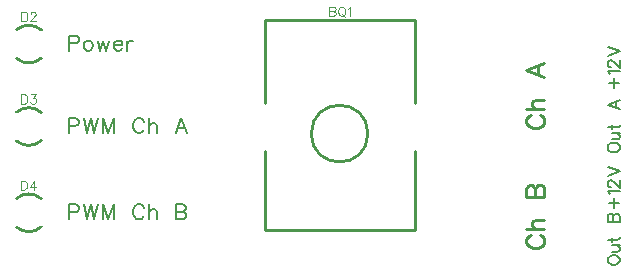
<source format=gbr>
G04 DipTrace 3.3.1.3*
G04 top_assy.gbr*
%MOIN*%
G04 #@! TF.FileFunction,Legend,Top*
G04 #@! TF.Part,Single*
%ADD10C,0.009843*%
%ADD79C,0.004632*%
%ADD80C,0.009264*%
%ADD81C,0.006176*%
%ADD82C,0.00772*%
%FSLAX26Y26*%
G04*
G70*
G90*
G75*
G01*
G04 TopSilk*
%LPD*%
X1335520Y1633563D2*
D10*
X1835541D1*
X1491051Y1255073D2*
G02X1491051Y1255073I94480J0D01*
G01*
X1335520Y1358533D2*
Y1633563D1*
X1835541D2*
Y1358533D1*
X1335520Y1196063D2*
Y933563D1*
X1835541D2*
X1335520D1*
X1835541D2*
Y1196063D1*
X509047Y1601543D2*
G02X591279Y1600409I40474J-47136D01*
G01*
X509047Y1505543D2*
G03X591279Y1506677I40474J47136D01*
G01*
X509047Y1326543D2*
G02X591279Y1325409I40474J-47136D01*
G01*
X509047Y1230543D2*
G03X591279Y1231677I40474J47136D01*
G01*
X509047Y1039043D2*
G02X591279Y1037909I40474J-47136D01*
G01*
X509047Y943043D2*
G03X591279Y944177I40474J47136D01*
G01*
X1551944Y1677497D2*
D79*
Y1647353D1*
X1564877D1*
X1569188Y1648812D1*
X1570614Y1650238D1*
X1572040Y1653090D1*
Y1657401D1*
X1570614Y1660286D1*
X1569188Y1661712D1*
X1564877Y1663138D1*
X1569188Y1664597D1*
X1570614Y1666023D1*
X1572040Y1668875D1*
Y1671760D1*
X1570614Y1674612D1*
X1569188Y1676071D1*
X1564877Y1677497D1*
X1551944D1*
Y1663138D2*
X1564877D1*
X1589925Y1677497D2*
X1587073Y1676104D1*
X1584188Y1673219D1*
X1582762Y1670334D1*
X1581303Y1666023D1*
Y1658860D1*
X1582762Y1654549D1*
X1584188Y1651697D1*
X1587073Y1648812D1*
X1589925Y1647386D1*
X1595662D1*
X1598547Y1648812D1*
X1601399Y1651697D1*
X1602825Y1654549D1*
X1604284Y1658860D1*
Y1666023D1*
X1602825Y1670334D1*
X1601399Y1673219D1*
X1598547Y1676104D1*
X1595662Y1677497D1*
X1589925D1*
X1594236Y1653123D2*
X1602825Y1644501D1*
X1613548Y1671727D2*
X1616433Y1673186D1*
X1620744Y1677464D1*
Y1647353D1*
X524879Y1660469D2*
Y1630325D1*
X534927D1*
X539238Y1631784D1*
X542123Y1634636D1*
X543549Y1637521D1*
X544975Y1641799D1*
Y1648995D1*
X543549Y1653306D1*
X542123Y1656158D1*
X539238Y1659043D1*
X534927Y1660469D1*
X524879D1*
X555697Y1653273D2*
Y1654699D1*
X557123Y1657584D1*
X558549Y1659010D1*
X561434Y1660436D1*
X567171D1*
X570023Y1659010D1*
X571449Y1657584D1*
X572908Y1654699D1*
Y1651847D1*
X571449Y1648962D1*
X568597Y1644684D1*
X554238Y1630325D1*
X574334D1*
X524879Y1385469D2*
Y1355325D1*
X534927D1*
X539238Y1356784D1*
X542123Y1359636D1*
X543549Y1362521D1*
X544975Y1366799D1*
Y1373995D1*
X543549Y1378306D1*
X542123Y1381158D1*
X539238Y1384043D1*
X534927Y1385469D1*
X524879D1*
X557123Y1385436D2*
X572875D1*
X564286Y1373962D1*
X568597D1*
X571449Y1372536D1*
X572875Y1371110D1*
X574334Y1366799D1*
Y1363947D1*
X572875Y1359636D1*
X570023Y1356751D1*
X565712Y1355325D1*
X561401D1*
X557123Y1356751D1*
X555697Y1358210D1*
X554238Y1361062D1*
X524166Y1097969D2*
Y1067825D1*
X534214D1*
X538525Y1069284D1*
X541410Y1072136D1*
X542836Y1075021D1*
X544262Y1079299D1*
Y1086495D1*
X542836Y1090806D1*
X541410Y1093658D1*
X538525Y1096543D1*
X534214Y1097969D1*
X524166D1*
X567884Y1067825D2*
Y1097936D1*
X553525Y1077873D1*
X575047D1*
X683247Y1555495D2*
D82*
X704802D1*
X711932Y1557872D1*
X714364Y1560304D1*
X716740Y1565057D1*
Y1572242D1*
X714364Y1576995D1*
X711932Y1579427D1*
X704802Y1581804D1*
X683247D1*
Y1531564D1*
X744118Y1565057D2*
X739365Y1562681D1*
X734556Y1557872D1*
X732180Y1550687D1*
Y1545934D1*
X734556Y1538749D1*
X739365Y1533996D1*
X744118Y1531564D1*
X751303D1*
X756111Y1533996D1*
X760864Y1538749D1*
X763296Y1545934D1*
Y1550687D1*
X760864Y1557872D1*
X756111Y1562681D1*
X751303Y1565057D1*
X744118D1*
X778736D2*
X788297Y1531564D1*
X797859Y1565057D1*
X807420Y1531564D1*
X816982Y1565057D1*
X832421Y1550687D2*
X861106D1*
Y1555495D1*
X858730Y1560304D1*
X856353Y1562681D1*
X851545Y1565057D1*
X844360D1*
X839606Y1562681D1*
X834798Y1557872D1*
X832421Y1550687D1*
Y1545934D1*
X834798Y1538749D1*
X839606Y1533996D1*
X844360Y1531564D1*
X851545D1*
X856353Y1533996D1*
X861106Y1538749D1*
X876545Y1565057D2*
Y1531564D1*
Y1550687D2*
X878977Y1557872D1*
X883730Y1562681D1*
X888539Y1565057D1*
X895724D1*
X683247Y1280495D2*
X704802D1*
X711932Y1282872D1*
X714364Y1285304D1*
X716740Y1290057D1*
Y1297242D1*
X714364Y1301995D1*
X711932Y1304427D1*
X704802Y1306804D1*
X683247D1*
Y1256564D1*
X732180Y1306804D2*
X744173Y1256564D1*
X756111Y1306804D1*
X768049Y1256564D1*
X780043Y1306804D1*
X833729Y1256564D2*
Y1306804D1*
X814605Y1256564D1*
X795482Y1306804D1*
Y1256564D1*
X933639Y1294866D2*
X931262Y1299619D1*
X926454Y1304427D1*
X921701Y1306804D1*
X912139D1*
X907331Y1304427D1*
X902577Y1299619D1*
X900146Y1294866D1*
X897769Y1287681D1*
Y1275687D1*
X900146Y1268557D1*
X902577Y1263749D1*
X907331Y1258996D1*
X912139Y1256564D1*
X921701D1*
X926454Y1258996D1*
X931262Y1263749D1*
X933639Y1268557D1*
X949078Y1306804D2*
Y1256564D1*
Y1280495D2*
X956263Y1287681D1*
X961072Y1290057D1*
X968257D1*
X973010Y1287681D1*
X975386Y1280495D1*
Y1256564D1*
X1077728D2*
X1058550Y1306804D1*
X1039427Y1256564D1*
X1046612Y1273310D2*
X1070543D1*
X683247Y992995D2*
X704802D1*
X711932Y995372D1*
X714364Y997804D1*
X716740Y1002557D1*
Y1009742D1*
X714364Y1014495D1*
X711932Y1016927D1*
X704802Y1019304D1*
X683247D1*
Y969064D1*
X732180Y1019304D2*
X744173Y969064D1*
X756111Y1019304D1*
X768049Y969064D1*
X780043Y1019304D1*
X833729Y969064D2*
Y1019304D1*
X814605Y969064D1*
X795482Y1019304D1*
Y969064D1*
X933639Y1007366D2*
X931262Y1012119D1*
X926454Y1016927D1*
X921701Y1019304D1*
X912139D1*
X907331Y1016927D1*
X902577Y1012119D1*
X900146Y1007366D1*
X897769Y1000181D1*
Y988187D1*
X900146Y981057D1*
X902577Y976249D1*
X907331Y971496D1*
X912139Y969064D1*
X921701D1*
X926454Y971496D1*
X931262Y976249D1*
X933639Y981057D1*
X949078Y1019304D2*
Y969064D1*
Y992995D2*
X956263Y1000181D1*
X961072Y1002557D1*
X968257D1*
X973010Y1000181D1*
X975386Y992995D1*
Y969064D1*
X1039427Y1019304D2*
Y969064D1*
X1060982D1*
X1068167Y971496D1*
X1070543Y973872D1*
X1072920Y978625D1*
Y985810D1*
X1070543Y990619D1*
X1068167Y992995D1*
X1060982Y995372D1*
X1068167Y997804D1*
X1070543Y1000181D1*
X1072920Y1004934D1*
Y1009742D1*
X1070543Y1014495D1*
X1068167Y1016927D1*
X1060982Y1019304D1*
X1039427D1*
Y995372D2*
X1060982D1*
X2222561Y1317222D2*
D80*
X2216858Y1314370D1*
X2211087Y1308600D1*
X2208236Y1302896D1*
Y1291422D1*
X2211087Y1285652D1*
X2216858Y1279948D1*
X2222561Y1277030D1*
X2231183Y1274178D1*
X2245576D1*
X2254131Y1277030D1*
X2259901Y1279948D1*
X2265605Y1285652D1*
X2268524Y1291422D1*
Y1302896D1*
X2265605Y1308600D1*
X2259902Y1314370D1*
X2254131Y1317222D1*
X2208236Y1335749D2*
X2268524D1*
X2239806D2*
X2231183Y1344371D1*
X2228332Y1350141D1*
Y1358763D1*
X2231183Y1364467D1*
X2239806Y1367319D1*
X2268524D1*
Y1490130D2*
X2208236Y1467115D1*
X2268524Y1444167D1*
X2248428Y1452789D2*
Y1481508D1*
X2222561Y917222D2*
X2216857Y914370D1*
X2211087Y908600D1*
X2208235Y902896D1*
Y891422D1*
X2211087Y885652D1*
X2216857Y879948D1*
X2222561Y877030D1*
X2231183Y874178D1*
X2245575D1*
X2254131Y877030D1*
X2259901Y879948D1*
X2265605Y885652D1*
X2268523Y891422D1*
Y902896D1*
X2265605Y908600D1*
X2259901Y914370D1*
X2254131Y917222D1*
X2208235Y935749D2*
X2268523D1*
X2239805D2*
X2231183Y944371D1*
X2228331Y950141D1*
Y958763D1*
X2231183Y964467D1*
X2239805Y967319D1*
X2268523D1*
X2208235Y1044167D2*
X2268523D1*
Y1070033D1*
X2265605Y1078655D1*
X2262753Y1081507D1*
X2257049Y1084359D1*
X2248427D1*
X2242657Y1081507D1*
X2239805Y1078655D1*
X2236953Y1070033D1*
X2234035Y1078655D1*
X2231183Y1081507D1*
X2225479Y1084359D1*
X2219709D1*
X2214005Y1081507D1*
X2211087Y1078655D1*
X2208235Y1070033D1*
Y1044167D1*
X2236953D2*
Y1070033D1*
X2482107Y1423148D2*
D81*
X2516551D1*
X2499351Y1405948D2*
Y1440392D1*
X2486905Y1452743D2*
X2484959Y1456590D1*
X2479255Y1462338D1*
X2519403D1*
X2488806Y1476635D2*
X2486905D1*
X2483058Y1478536D1*
X2481157Y1480437D1*
X2479255Y1484284D1*
Y1491933D1*
X2481157Y1495736D1*
X2483058Y1497637D1*
X2486905Y1499583D1*
X2490707D1*
X2494554Y1497637D1*
X2500258Y1493835D1*
X2519403Y1474689D1*
Y1501484D1*
X2479211Y1513835D2*
X2519403Y1529134D1*
X2479211Y1544433D1*
X2482107Y1023147D2*
X2516551D1*
X2499352Y1005948D2*
Y1040391D1*
X2486905Y1052743D2*
X2484959Y1056590D1*
X2479256Y1062338D1*
X2519403D1*
X2488806Y1076635D2*
X2486905D1*
X2483058Y1078536D1*
X2481157Y1080437D1*
X2479256Y1084284D1*
Y1091933D1*
X2481157Y1095736D1*
X2483058Y1097637D1*
X2486905Y1099582D1*
X2490707D1*
X2494554Y1097637D1*
X2500258Y1093834D1*
X2519403Y1074689D1*
Y1101484D1*
X2479211Y1113835D2*
X2519403Y1129134D1*
X2479211Y1144432D1*
Y1204944D2*
X2481113Y1201097D1*
X2484959Y1197294D1*
X2488762Y1195349D1*
X2494510Y1193448D1*
X2504105D1*
X2509809Y1195349D1*
X2513655Y1197294D1*
X2517458Y1201097D1*
X2519403Y1204944D1*
Y1212593D1*
X2517458Y1216395D1*
X2513655Y1220242D1*
X2509809Y1222143D1*
X2504105Y1224045D1*
X2494510D1*
X2488762Y1222143D1*
X2484959Y1220242D1*
X2481113Y1216395D1*
X2479211Y1212593D1*
Y1204944D1*
X2492609Y1236396D2*
X2511754D1*
X2517458Y1238297D1*
X2519403Y1242144D1*
Y1247892D1*
X2517458Y1251695D1*
X2511754Y1257443D1*
X2492609D2*
X2519403D1*
X2479211Y1275542D2*
X2511754D1*
X2517458Y1277443D1*
X2519403Y1281290D1*
Y1285093D1*
X2492609Y1269794D2*
Y1283191D1*
X2519403Y1366966D2*
X2479211Y1351623D1*
X2519403Y1336325D1*
X2506006Y1342073D2*
Y1361218D1*
X2479211Y829944D2*
X2481113Y826097D1*
X2484959Y822294D1*
X2488762Y820349D1*
X2494510Y818448D1*
X2504105D1*
X2509809Y820349D1*
X2513655Y822294D1*
X2517458Y826097D1*
X2519403Y829944D1*
Y837593D1*
X2517458Y841395D1*
X2513655Y845242D1*
X2509809Y847143D1*
X2504105Y849045D1*
X2494510D1*
X2488762Y847143D1*
X2484959Y845242D1*
X2481113Y841395D1*
X2479211Y837593D1*
Y829944D1*
X2492609Y861396D2*
X2511754D1*
X2517458Y863297D1*
X2519403Y867144D1*
Y872892D1*
X2517458Y876695D1*
X2511754Y882443D1*
X2492609D2*
X2519403D1*
X2479211Y900542D2*
X2511754D1*
X2517458Y902443D1*
X2519403Y906290D1*
Y910093D1*
X2492609Y894794D2*
Y908191D1*
X2479211Y961325D2*
X2519403D1*
Y978569D1*
X2517458Y984317D1*
X2515557Y986218D1*
X2511754Y988120D1*
X2506006D1*
X2502159Y986218D1*
X2500258Y984317D1*
X2498357Y978569D1*
X2496411Y984317D1*
X2494510Y986218D1*
X2490707Y988120D1*
X2486861D1*
X2483058Y986218D1*
X2481113Y984317D1*
X2479211Y978569D1*
Y961325D1*
X2498357D2*
Y978569D1*
M02*

</source>
